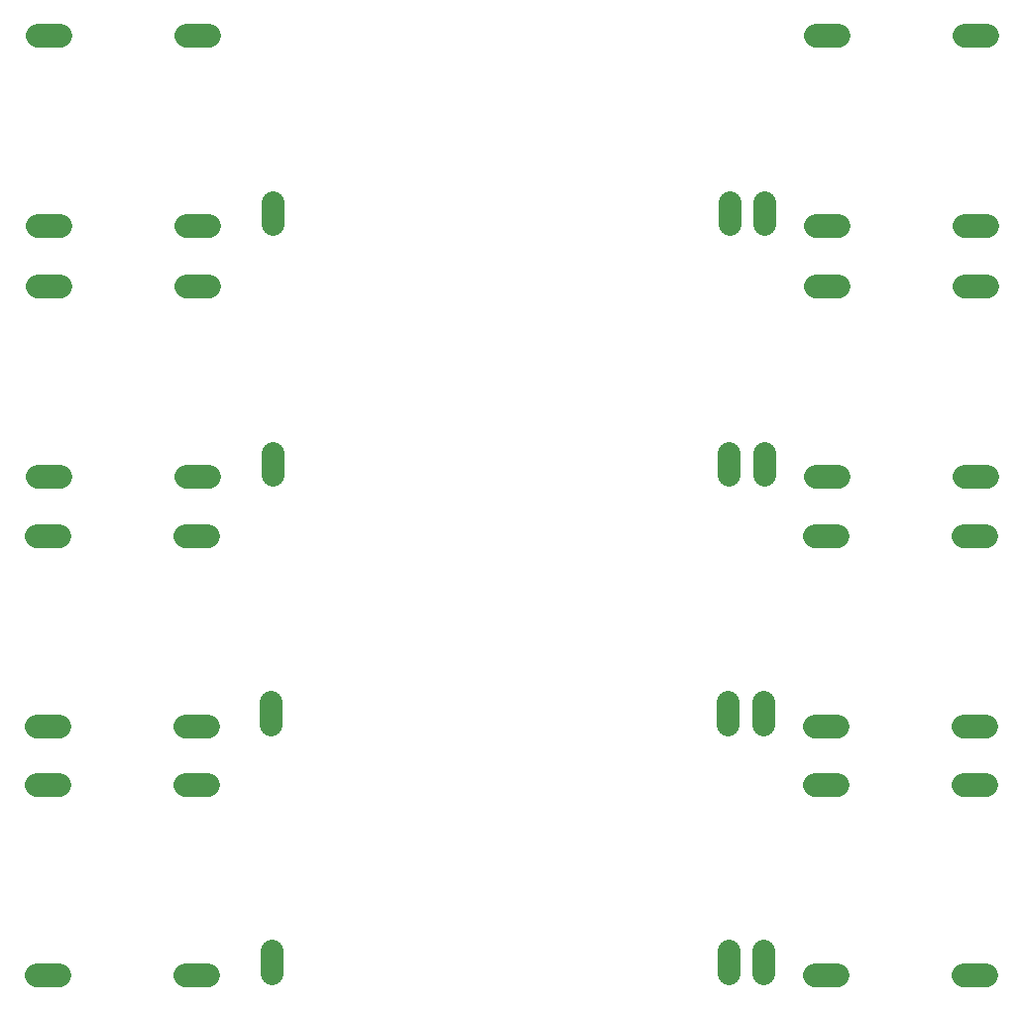
<source format=gbr>
G04 EAGLE Gerber X2 export*
%TF.Part,Single*%
%TF.FileFunction,Soldermask,Bot,1*%
%TF.FilePolarity,Positive*%
%TF.GenerationSoftware,Autodesk,EAGLE,9.2.2*%
%TF.CreationDate,2019-01-20T22:14:06Z*%
G75*
%MOMM*%
%FSLAX34Y34*%
%LPD*%
%INSoldermask Bottom*%
%AMOC8*
5,1,8,0,0,1.08239X$1,22.5*%
G01*
%ADD10C,2.051600*%
%ADD11C,1.981200*%


D10*
X89050Y341150D02*
X69550Y341150D01*
X69550Y178850D02*
X89050Y178850D01*
X196550Y341150D02*
X216050Y341150D01*
X216050Y178850D02*
X196550Y178850D01*
X861050Y178850D02*
X880550Y178850D01*
X880550Y341150D02*
X861050Y341150D01*
X753550Y178850D02*
X734050Y178850D01*
X734050Y341150D02*
X753550Y341150D01*
D11*
X270000Y199398D02*
X270000Y180602D01*
X690000Y180602D02*
X690000Y199398D01*
X660000Y199398D02*
X660000Y180602D01*
D10*
X89736Y981063D02*
X70236Y981063D01*
X70236Y818763D02*
X89736Y818763D01*
X197236Y981063D02*
X216736Y981063D01*
X216736Y818763D02*
X197236Y818763D01*
X861736Y818763D02*
X881236Y818763D01*
X881236Y981063D02*
X861736Y981063D01*
X754236Y818763D02*
X734736Y818763D01*
X734736Y981063D02*
X754236Y981063D01*
D11*
X270686Y839311D02*
X270686Y820515D01*
X690686Y820515D02*
X690686Y839311D01*
X660686Y839311D02*
X660686Y820515D01*
D10*
X89388Y766669D02*
X69888Y766669D01*
X69888Y604369D02*
X89388Y604369D01*
X196888Y766669D02*
X216388Y766669D01*
X216388Y604369D02*
X196888Y604369D01*
X861388Y604369D02*
X880888Y604369D01*
X880888Y766669D02*
X861388Y766669D01*
X753888Y604369D02*
X734388Y604369D01*
X734388Y766669D02*
X753888Y766669D01*
D11*
X270338Y624917D02*
X270338Y606121D01*
X690338Y606121D02*
X690338Y624917D01*
X660338Y624917D02*
X660338Y606121D01*
D10*
X88433Y553593D02*
X68933Y553593D01*
X68933Y391293D02*
X88433Y391293D01*
X195933Y553593D02*
X215433Y553593D01*
X215433Y391293D02*
X195933Y391293D01*
X860433Y391293D02*
X879933Y391293D01*
X879933Y553593D02*
X860433Y553593D01*
X752933Y391293D02*
X733433Y391293D01*
X733433Y553593D02*
X752933Y553593D01*
D11*
X269383Y411841D02*
X269383Y393045D01*
X689383Y393045D02*
X689383Y411841D01*
X659383Y411841D02*
X659383Y393045D01*
M02*

</source>
